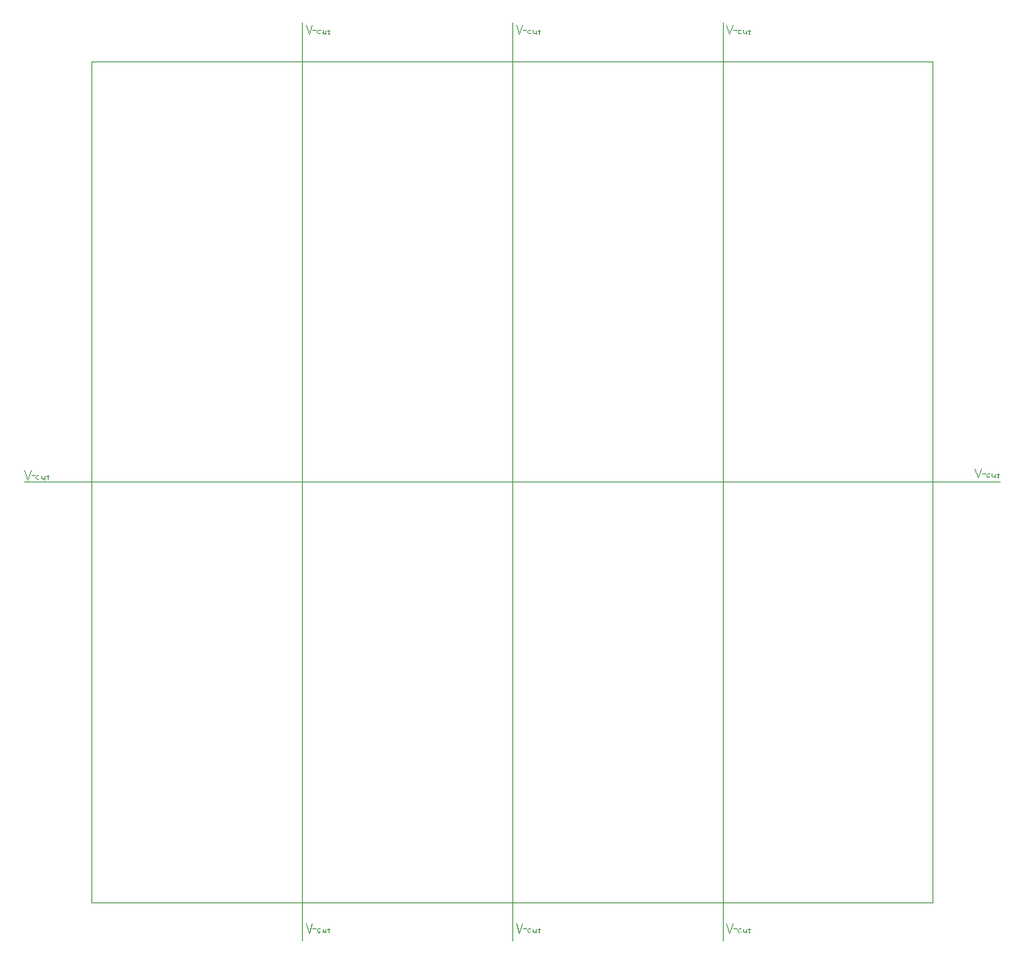
<source format=gm1>
%TF.GenerationSoftware,KiCad,Pcbnew,(5.1.7)-1*%
%TF.CreationDate,2020-10-20T02:58:57+09:00*%
%TF.ProjectId,UARTtoBluetooth_array,55415254-746f-4426-9c75-65746f6f7468,rev?*%
%TF.SameCoordinates,Original*%
%TF.FileFunction,Profile,NP*%
%FSLAX46Y46*%
G04 Gerber Fmt 4.6, Leading zero omitted, Abs format (unit mm)*
G04 Created by KiCad (PCBNEW (5.1.7)-1) date 2020-10-20 02:58:57*
%MOMM*%
%LPD*%
G01*
G04 APERTURE LIST*
%TA.AperFunction,Profile*%
%ADD10C,0.050000*%
%TD*%
G04 APERTURE END LIST*
D10*
X109310000Y-109890000D02*
X109650000Y-109890000D01*
X111101795Y-110394787D02*
G75*
G02*
X110980000Y-110319999I-31795J84788D01*
G01*
X110870000Y-109990000D02*
X111120000Y-109990000D01*
X108600000Y-109400000D02*
X108930000Y-110380000D01*
X110690445Y-110206044D02*
G75*
G02*
X110370000Y-110210000I-160445J16044D01*
G01*
X110690000Y-109970000D02*
X110690000Y-110360000D01*
X110690000Y-110200000D02*
X110690000Y-109970000D01*
X108930000Y-110380000D02*
X109210000Y-109390000D01*
X110370000Y-110200000D02*
X110370000Y-109960000D01*
X110980000Y-109890000D02*
X110980000Y-110320000D01*
X110190000Y-110300000D02*
G75*
G02*
X110190000Y-109980000I-160000J160000D01*
G01*
X114200000Y-110600000D02*
X115600000Y-110600000D01*
X108600000Y-110600000D02*
X114200000Y-110600000D01*
X140270000Y-63390000D02*
X140520000Y-63390000D01*
X140380000Y-63290000D02*
X140380000Y-63720000D01*
X140090000Y-63600000D02*
X140090000Y-63370000D01*
X137600000Y-62600000D02*
X137600000Y-66600000D01*
X140090000Y-63370000D02*
X140090000Y-63760000D01*
X139770000Y-63600000D02*
X139770000Y-63360000D01*
X138710000Y-63290000D02*
X139050000Y-63290000D01*
X138330000Y-63780000D02*
X138610000Y-62790000D01*
X140090445Y-63606044D02*
G75*
G02*
X139770000Y-63610000I-160445J16044D01*
G01*
X139590000Y-63700000D02*
G75*
G02*
X139590000Y-63380000I-160000J160000D01*
G01*
X138000000Y-62800000D02*
X138330000Y-63780000D01*
X140501795Y-63794787D02*
G75*
G02*
X140380000Y-63719999I-31795J84788D01*
G01*
X162270000Y-63390000D02*
X162520000Y-63390000D01*
X162380000Y-63290000D02*
X162380000Y-63720000D01*
X162090000Y-63600000D02*
X162090000Y-63370000D01*
X159600000Y-62600000D02*
X159600000Y-66600000D01*
X162090000Y-63370000D02*
X162090000Y-63760000D01*
X161770000Y-63600000D02*
X161770000Y-63360000D01*
X160710000Y-63290000D02*
X161050000Y-63290000D01*
X160330000Y-63780000D02*
X160610000Y-62790000D01*
X162090445Y-63606044D02*
G75*
G02*
X161770000Y-63610000I-160445J16044D01*
G01*
X161590000Y-63700000D02*
G75*
G02*
X161590000Y-63380000I-160000J160000D01*
G01*
X160000000Y-62800000D02*
X160330000Y-63780000D01*
X162501795Y-63794787D02*
G75*
G02*
X162380000Y-63719999I-31795J84788D01*
G01*
X184270000Y-63390000D02*
X184520000Y-63390000D01*
X184380000Y-63290000D02*
X184380000Y-63720000D01*
X184090000Y-63600000D02*
X184090000Y-63370000D01*
X181600000Y-62600000D02*
X181600000Y-66600000D01*
X184090000Y-63370000D02*
X184090000Y-63760000D01*
X183770000Y-63600000D02*
X183770000Y-63360000D01*
X182710000Y-63290000D02*
X183050000Y-63290000D01*
X182330000Y-63780000D02*
X182610000Y-62790000D01*
X184090445Y-63606044D02*
G75*
G02*
X183770000Y-63610000I-160445J16044D01*
G01*
X183590000Y-63700000D02*
G75*
G02*
X183590000Y-63380000I-160000J160000D01*
G01*
X182000000Y-62800000D02*
X182330000Y-63780000D01*
X184501795Y-63794787D02*
G75*
G02*
X184380000Y-63719999I-31795J84788D01*
G01*
X210270000Y-109790000D02*
X210520000Y-109790000D01*
X210380000Y-109690000D02*
X210380000Y-110120000D01*
X210090000Y-110000000D02*
X210090000Y-109770000D01*
X210090000Y-109770000D02*
X210090000Y-110160000D01*
X209770000Y-110000000D02*
X209770000Y-109760000D01*
X208710000Y-109690000D02*
X209050000Y-109690000D01*
X208330000Y-110180000D02*
X208610000Y-109190000D01*
X210090445Y-110006044D02*
G75*
G02*
X209770000Y-110010000I-160445J16044D01*
G01*
X209590000Y-110100000D02*
G75*
G02*
X209590000Y-109780000I-160000J160000D01*
G01*
X208000000Y-109200000D02*
X208330000Y-110180000D01*
X210501795Y-110194787D02*
G75*
G02*
X210380000Y-110119999I-31795J84788D01*
G01*
X209200000Y-110600000D02*
X210600000Y-110600000D01*
X203600000Y-110600000D02*
X209200000Y-110600000D01*
X182330000Y-157780000D02*
X182610000Y-156790000D01*
X184090445Y-157606044D02*
G75*
G02*
X183770000Y-157610000I-160445J16044D01*
G01*
X183590000Y-157700000D02*
G75*
G02*
X183590000Y-157380000I-160000J160000D01*
G01*
X182000000Y-156800000D02*
X182330000Y-157780000D01*
X184501795Y-157794787D02*
G75*
G02*
X184380000Y-157719999I-31795J84788D01*
G01*
X184270000Y-157390000D02*
X184520000Y-157390000D01*
X184380000Y-157290000D02*
X184380000Y-157720000D01*
X184090000Y-157600000D02*
X184090000Y-157370000D01*
X182710000Y-157290000D02*
X183050000Y-157290000D01*
X181600000Y-154600000D02*
X181600000Y-158600000D01*
X184090000Y-157370000D02*
X184090000Y-157760000D01*
X183770000Y-157600000D02*
X183770000Y-157360000D01*
X160330000Y-157780000D02*
X160610000Y-156790000D01*
X162090445Y-157606044D02*
G75*
G02*
X161770000Y-157610000I-160445J16044D01*
G01*
X161590000Y-157700000D02*
G75*
G02*
X161590000Y-157380000I-160000J160000D01*
G01*
X160000000Y-156800000D02*
X160330000Y-157780000D01*
X162501795Y-157794787D02*
G75*
G02*
X162380000Y-157719999I-31795J84788D01*
G01*
X162270000Y-157390000D02*
X162520000Y-157390000D01*
X162380000Y-157290000D02*
X162380000Y-157720000D01*
X162090000Y-157600000D02*
X162090000Y-157370000D01*
X160710000Y-157290000D02*
X161050000Y-157290000D01*
X159600000Y-154600000D02*
X159600000Y-158600000D01*
X162090000Y-157370000D02*
X162090000Y-157760000D01*
X161770000Y-157600000D02*
X161770000Y-157360000D01*
X181600000Y-111600000D02*
X181600000Y-154600000D01*
X159600000Y-111600000D02*
X159600000Y-154600000D01*
X137600000Y-111600000D02*
X137600000Y-154600000D01*
X115600000Y-111600000D02*
X115600000Y-154600000D01*
X181600000Y-67600000D02*
X181600000Y-110600000D01*
X159600000Y-67600000D02*
X159600000Y-110600000D01*
X137600000Y-67600000D02*
X137600000Y-110600000D01*
X203600000Y-111200000D02*
X203600000Y-111000000D01*
X181600000Y-111200000D02*
X181600000Y-111000000D01*
X159600000Y-111200000D02*
X159600000Y-111000000D01*
X137600000Y-111200000D02*
X137600000Y-111000000D01*
X203600000Y-67200000D02*
X203600000Y-67000000D01*
X181600000Y-67200000D02*
X181600000Y-67000000D01*
X159600000Y-67200000D02*
X159600000Y-67000000D01*
X181600000Y-154600000D02*
X203600000Y-154600000D01*
X159600000Y-154600000D02*
X181600000Y-154600000D01*
X137600000Y-154600000D02*
X159600000Y-154600000D01*
X115600000Y-154600000D02*
X137600000Y-154600000D01*
X181600000Y-110600000D02*
X203600000Y-110600000D01*
X159600000Y-110600000D02*
X181600000Y-110600000D01*
X137600000Y-110600000D02*
X159600000Y-110600000D01*
X181600000Y-110600000D02*
X181600000Y-111000000D01*
X159600000Y-110600000D02*
X159600000Y-111000000D01*
X137600000Y-110600000D02*
X137600000Y-111000000D01*
X115600000Y-110600000D02*
X115600000Y-111000000D01*
X181600000Y-66600000D02*
X181600000Y-67000000D01*
X159600000Y-66600000D02*
X159600000Y-67000000D01*
X137600000Y-66600000D02*
X137600000Y-67000000D01*
X203600000Y-154600000D02*
X203600000Y-111600000D01*
X181600000Y-154600000D02*
X181600000Y-111600000D01*
X159600000Y-154600000D02*
X159600000Y-111600000D01*
X137600000Y-154600000D02*
X137600000Y-111600000D01*
X203600000Y-110600000D02*
X203600000Y-67600000D01*
X181600000Y-110600000D02*
X181600000Y-67600000D01*
X159600000Y-110600000D02*
X159600000Y-67600000D01*
X203600000Y-110600000D02*
X181600000Y-110600000D01*
X181600000Y-110600000D02*
X159600000Y-110600000D01*
X159600000Y-110600000D02*
X137600000Y-110600000D01*
X137600000Y-110600000D02*
X115600000Y-110600000D01*
X203600000Y-66600000D02*
X181600000Y-66600000D01*
X181600000Y-66600000D02*
X159600000Y-66600000D01*
X159600000Y-66600000D02*
X137600000Y-66600000D01*
X203600000Y-111000000D02*
X203600000Y-110600000D01*
X181600000Y-111000000D02*
X181600000Y-110600000D01*
X159600000Y-111000000D02*
X159600000Y-110600000D01*
X137600000Y-111000000D02*
X137600000Y-110600000D01*
X203600000Y-67000000D02*
X203600000Y-66600000D01*
X181600000Y-67000000D02*
X181600000Y-66600000D01*
X159600000Y-67000000D02*
X159600000Y-66600000D01*
X181600000Y-111000000D02*
X181600000Y-111600000D01*
X159600000Y-111000000D02*
X159600000Y-111600000D01*
X137600000Y-111000000D02*
X137600000Y-111600000D01*
X115600000Y-111000000D02*
X115600000Y-111600000D01*
X181600000Y-67000000D02*
X181600000Y-67600000D01*
X159600000Y-67000000D02*
X159600000Y-67600000D01*
X137600000Y-67000000D02*
X137600000Y-67600000D01*
X203600000Y-111600000D02*
X203600000Y-111200000D01*
X181600000Y-111600000D02*
X181600000Y-111200000D01*
X159600000Y-111600000D02*
X159600000Y-111200000D01*
X137600000Y-111600000D02*
X137600000Y-111200000D01*
X203600000Y-67600000D02*
X203600000Y-67200000D01*
X181600000Y-67600000D02*
X181600000Y-67200000D01*
X159600000Y-67600000D02*
X159600000Y-67200000D01*
X140380000Y-157290000D02*
X140380000Y-157720000D01*
X140270000Y-157390000D02*
X140520000Y-157390000D01*
X140090445Y-157606044D02*
G75*
G02*
X139770000Y-157610000I-160445J16044D01*
G01*
X139590000Y-157700000D02*
G75*
G02*
X139590000Y-157380000I-160000J160000D01*
G01*
X138330000Y-157780000D02*
X138610000Y-156790000D01*
X140501795Y-157794787D02*
G75*
G02*
X140380000Y-157719999I-31795J84788D01*
G01*
X138000000Y-156800000D02*
X138330000Y-157780000D01*
X140090000Y-157370000D02*
X140090000Y-157760000D01*
X139770000Y-157600000D02*
X139770000Y-157360000D01*
X140090000Y-157600000D02*
X140090000Y-157370000D01*
X138710000Y-157290000D02*
X139050000Y-157290000D01*
X137600000Y-154600000D02*
X137600000Y-158600000D01*
X115600000Y-66600000D02*
X115600000Y-67000000D01*
X137600000Y-66600000D02*
X115600000Y-66600000D01*
X137600000Y-67000000D02*
X137600000Y-66600000D01*
X115600000Y-67000000D02*
X115600000Y-67600000D01*
X137600000Y-67200000D02*
X137600000Y-67000000D01*
X137600000Y-67600000D02*
X137600000Y-67200000D01*
X137600000Y-110600000D02*
X137600000Y-67600000D01*
X115600000Y-110600000D02*
X137600000Y-110600000D01*
X115600000Y-67600000D02*
X115600000Y-110600000D01*
M02*

</source>
